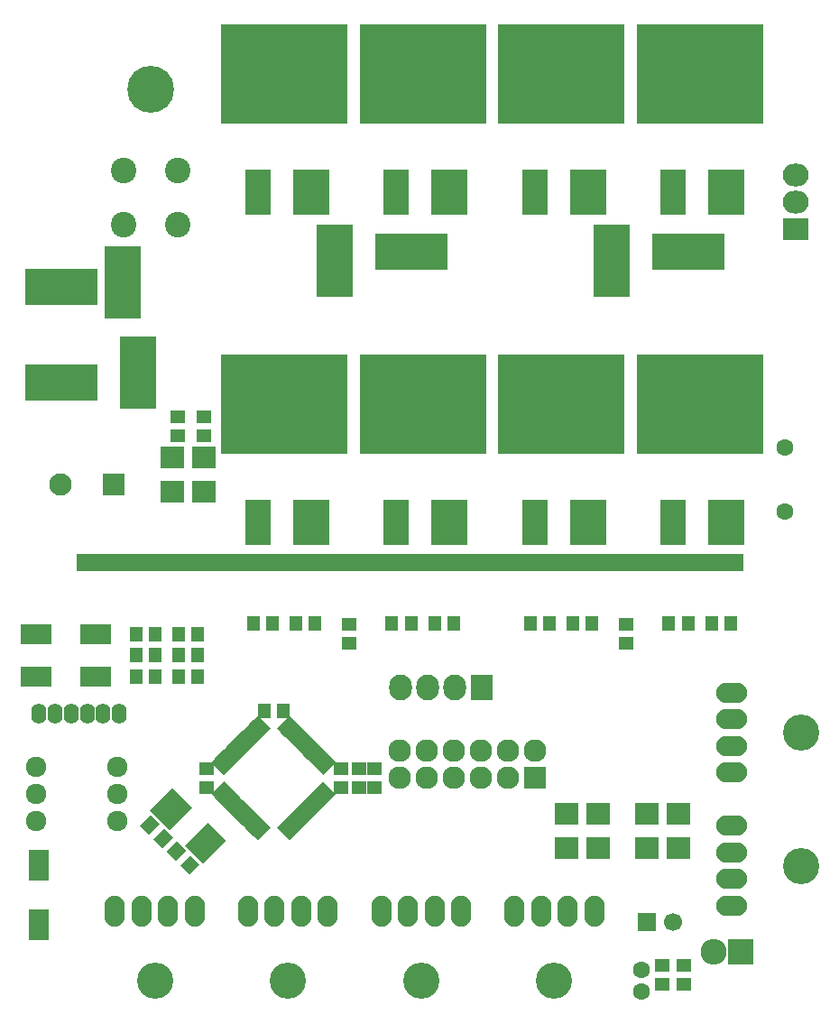
<source format=gbr>
G04 #@! TF.FileFunction,Soldermask,Top*
%FSLAX46Y46*%
G04 Gerber Fmt 4.6, Leading zero omitted, Abs format (unit mm)*
G04 Created by KiCad (PCBNEW 4.0.4-stable) date 12/27/16 19:45:37*
%MOMM*%
%LPD*%
G01*
G04 APERTURE LIST*
%ADD10C,0.100000*%
%ADD11C,1.600000*%
%ADD12R,1.200000X1.400000*%
%ADD13C,2.100000*%
%ADD14R,2.100000X2.100000*%
%ADD15C,1.700000*%
%ADD16R,1.700000X1.700000*%
%ADD17R,2.432000X2.432000*%
%ADD18O,2.432000X2.432000*%
%ADD19R,2.200000X2.000000*%
%ADD20R,1.400000X1.200000*%
%ADD21R,2.127200X2.432000*%
%ADD22O,2.127200X2.432000*%
%ADD23R,2.398980X4.199840*%
%ADD24R,3.400000X4.199840*%
%ADD25R,11.901120X9.399220*%
%ADD26R,2.127200X2.127200*%
%ADD27O,2.127200X2.127200*%
%ADD28R,2.432000X2.127200*%
%ADD29O,2.432000X2.127200*%
%ADD30R,1.900000X3.000000*%
%ADD31R,3.000000X1.900000*%
%ADD32O,1.400000X1.924000*%
%ADD33C,1.924000*%
%ADD34O,1.900000X2.900000*%
%ADD35C,3.400000*%
%ADD36C,2.400000*%
%ADD37C,4.400000*%
%ADD38O,2.900000X1.900000*%
%ADD39R,3.400000X6.900000*%
%ADD40R,6.851600X3.400000*%
%ADD41C,0.026000*%
G04 APERTURE END LIST*
D10*
D11*
X72000000Y-46500000D03*
D12*
X22100000Y-57000000D03*
X23900000Y-57000000D03*
D13*
X4000000Y-44000000D03*
D14*
X9000000Y-44000000D03*
D10*
G36*
X18608311Y-73462221D02*
X18148692Y-73002602D01*
X19350773Y-71800521D01*
X19810392Y-72260140D01*
X18608311Y-73462221D01*
X18608311Y-73462221D01*
G37*
G36*
X18961864Y-73815774D02*
X18502245Y-73356155D01*
X19704326Y-72154074D01*
X20163945Y-72613693D01*
X18961864Y-73815774D01*
X18961864Y-73815774D01*
G37*
G36*
X19315418Y-74169328D02*
X18855799Y-73709709D01*
X20057880Y-72507628D01*
X20517499Y-72967247D01*
X19315418Y-74169328D01*
X19315418Y-74169328D01*
G37*
G36*
X19668971Y-74522881D02*
X19209352Y-74063262D01*
X20411433Y-72861181D01*
X20871052Y-73320800D01*
X19668971Y-74522881D01*
X19668971Y-74522881D01*
G37*
G36*
X20022524Y-74876434D02*
X19562905Y-74416815D01*
X20764986Y-73214734D01*
X21224605Y-73674353D01*
X20022524Y-74876434D01*
X20022524Y-74876434D01*
G37*
G36*
X20376078Y-75229988D02*
X19916459Y-74770369D01*
X21118540Y-73568288D01*
X21578159Y-74027907D01*
X20376078Y-75229988D01*
X20376078Y-75229988D01*
G37*
G36*
X20729631Y-75583541D02*
X20270012Y-75123922D01*
X21472093Y-73921841D01*
X21931712Y-74381460D01*
X20729631Y-75583541D01*
X20729631Y-75583541D01*
G37*
G36*
X21083185Y-75937095D02*
X20623566Y-75477476D01*
X21825647Y-74275395D01*
X22285266Y-74735014D01*
X21083185Y-75937095D01*
X21083185Y-75937095D01*
G37*
G36*
X21436738Y-76290648D02*
X20977119Y-75831029D01*
X22179200Y-74628948D01*
X22638819Y-75088567D01*
X21436738Y-76290648D01*
X21436738Y-76290648D01*
G37*
G36*
X21790291Y-76644201D02*
X21330672Y-76184582D01*
X22532753Y-74982501D01*
X22992372Y-75442120D01*
X21790291Y-76644201D01*
X21790291Y-76644201D01*
G37*
G36*
X22143845Y-76997755D02*
X21684226Y-76538136D01*
X22886307Y-75336055D01*
X23345926Y-75795674D01*
X22143845Y-76997755D01*
X22143845Y-76997755D01*
G37*
G36*
X22497398Y-77351308D02*
X22037779Y-76891689D01*
X23239860Y-75689608D01*
X23699479Y-76149227D01*
X22497398Y-77351308D01*
X22497398Y-77351308D01*
G37*
G36*
X25962221Y-76891689D02*
X25502602Y-77351308D01*
X24300521Y-76149227D01*
X24760140Y-75689608D01*
X25962221Y-76891689D01*
X25962221Y-76891689D01*
G37*
G36*
X26315774Y-76538136D02*
X25856155Y-76997755D01*
X24654074Y-75795674D01*
X25113693Y-75336055D01*
X26315774Y-76538136D01*
X26315774Y-76538136D01*
G37*
G36*
X26669328Y-76184582D02*
X26209709Y-76644201D01*
X25007628Y-75442120D01*
X25467247Y-74982501D01*
X26669328Y-76184582D01*
X26669328Y-76184582D01*
G37*
G36*
X27022881Y-75831029D02*
X26563262Y-76290648D01*
X25361181Y-75088567D01*
X25820800Y-74628948D01*
X27022881Y-75831029D01*
X27022881Y-75831029D01*
G37*
G36*
X27376434Y-75477476D02*
X26916815Y-75937095D01*
X25714734Y-74735014D01*
X26174353Y-74275395D01*
X27376434Y-75477476D01*
X27376434Y-75477476D01*
G37*
G36*
X27729988Y-75123922D02*
X27270369Y-75583541D01*
X26068288Y-74381460D01*
X26527907Y-73921841D01*
X27729988Y-75123922D01*
X27729988Y-75123922D01*
G37*
G36*
X28083541Y-74770369D02*
X27623922Y-75229988D01*
X26421841Y-74027907D01*
X26881460Y-73568288D01*
X28083541Y-74770369D01*
X28083541Y-74770369D01*
G37*
G36*
X28437095Y-74416815D02*
X27977476Y-74876434D01*
X26775395Y-73674353D01*
X27235014Y-73214734D01*
X28437095Y-74416815D01*
X28437095Y-74416815D01*
G37*
G36*
X28790648Y-74063262D02*
X28331029Y-74522881D01*
X27128948Y-73320800D01*
X27588567Y-72861181D01*
X28790648Y-74063262D01*
X28790648Y-74063262D01*
G37*
G36*
X29144201Y-73709709D02*
X28684582Y-74169328D01*
X27482501Y-72967247D01*
X27942120Y-72507628D01*
X29144201Y-73709709D01*
X29144201Y-73709709D01*
G37*
G36*
X29497755Y-73356155D02*
X29038136Y-73815774D01*
X27836055Y-72613693D01*
X28295674Y-72154074D01*
X29497755Y-73356155D01*
X29497755Y-73356155D01*
G37*
G36*
X29851308Y-73002602D02*
X29391689Y-73462221D01*
X28189608Y-72260140D01*
X28649227Y-71800521D01*
X29851308Y-73002602D01*
X29851308Y-73002602D01*
G37*
G36*
X28649227Y-71199479D02*
X28189608Y-70739860D01*
X29391689Y-69537779D01*
X29851308Y-69997398D01*
X28649227Y-71199479D01*
X28649227Y-71199479D01*
G37*
G36*
X28295674Y-70845926D02*
X27836055Y-70386307D01*
X29038136Y-69184226D01*
X29497755Y-69643845D01*
X28295674Y-70845926D01*
X28295674Y-70845926D01*
G37*
G36*
X27942120Y-70492372D02*
X27482501Y-70032753D01*
X28684582Y-68830672D01*
X29144201Y-69290291D01*
X27942120Y-70492372D01*
X27942120Y-70492372D01*
G37*
G36*
X27588567Y-70138819D02*
X27128948Y-69679200D01*
X28331029Y-68477119D01*
X28790648Y-68936738D01*
X27588567Y-70138819D01*
X27588567Y-70138819D01*
G37*
G36*
X27235014Y-69785266D02*
X26775395Y-69325647D01*
X27977476Y-68123566D01*
X28437095Y-68583185D01*
X27235014Y-69785266D01*
X27235014Y-69785266D01*
G37*
G36*
X26881460Y-69431712D02*
X26421841Y-68972093D01*
X27623922Y-67770012D01*
X28083541Y-68229631D01*
X26881460Y-69431712D01*
X26881460Y-69431712D01*
G37*
G36*
X26527907Y-69078159D02*
X26068288Y-68618540D01*
X27270369Y-67416459D01*
X27729988Y-67876078D01*
X26527907Y-69078159D01*
X26527907Y-69078159D01*
G37*
G36*
X26174353Y-68724605D02*
X25714734Y-68264986D01*
X26916815Y-67062905D01*
X27376434Y-67522524D01*
X26174353Y-68724605D01*
X26174353Y-68724605D01*
G37*
G36*
X25820800Y-68371052D02*
X25361181Y-67911433D01*
X26563262Y-66709352D01*
X27022881Y-67168971D01*
X25820800Y-68371052D01*
X25820800Y-68371052D01*
G37*
G36*
X25467247Y-68017499D02*
X25007628Y-67557880D01*
X26209709Y-66355799D01*
X26669328Y-66815418D01*
X25467247Y-68017499D01*
X25467247Y-68017499D01*
G37*
G36*
X25113693Y-67663945D02*
X24654074Y-67204326D01*
X25856155Y-66002245D01*
X26315774Y-66461864D01*
X25113693Y-67663945D01*
X25113693Y-67663945D01*
G37*
G36*
X24760140Y-67310392D02*
X24300521Y-66850773D01*
X25502602Y-65648692D01*
X25962221Y-66108311D01*
X24760140Y-67310392D01*
X24760140Y-67310392D01*
G37*
G36*
X23699479Y-66850773D02*
X23239860Y-67310392D01*
X22037779Y-66108311D01*
X22497398Y-65648692D01*
X23699479Y-66850773D01*
X23699479Y-66850773D01*
G37*
G36*
X23345926Y-67204326D02*
X22886307Y-67663945D01*
X21684226Y-66461864D01*
X22143845Y-66002245D01*
X23345926Y-67204326D01*
X23345926Y-67204326D01*
G37*
G36*
X22992372Y-67557880D02*
X22532753Y-68017499D01*
X21330672Y-66815418D01*
X21790291Y-66355799D01*
X22992372Y-67557880D01*
X22992372Y-67557880D01*
G37*
G36*
X22638819Y-67911433D02*
X22179200Y-68371052D01*
X20977119Y-67168971D01*
X21436738Y-66709352D01*
X22638819Y-67911433D01*
X22638819Y-67911433D01*
G37*
G36*
X22285266Y-68264986D02*
X21825647Y-68724605D01*
X20623566Y-67522524D01*
X21083185Y-67062905D01*
X22285266Y-68264986D01*
X22285266Y-68264986D01*
G37*
G36*
X21931712Y-68618540D02*
X21472093Y-69078159D01*
X20270012Y-67876078D01*
X20729631Y-67416459D01*
X21931712Y-68618540D01*
X21931712Y-68618540D01*
G37*
G36*
X21578159Y-68972093D02*
X21118540Y-69431712D01*
X19916459Y-68229631D01*
X20376078Y-67770012D01*
X21578159Y-68972093D01*
X21578159Y-68972093D01*
G37*
G36*
X21224605Y-69325647D02*
X20764986Y-69785266D01*
X19562905Y-68583185D01*
X20022524Y-68123566D01*
X21224605Y-69325647D01*
X21224605Y-69325647D01*
G37*
G36*
X20871052Y-69679200D02*
X20411433Y-70138819D01*
X19209352Y-68936738D01*
X19668971Y-68477119D01*
X20871052Y-69679200D01*
X20871052Y-69679200D01*
G37*
G36*
X20517499Y-70032753D02*
X20057880Y-70492372D01*
X18855799Y-69290291D01*
X19315418Y-68830672D01*
X20517499Y-70032753D01*
X20517499Y-70032753D01*
G37*
G36*
X20163945Y-70386307D02*
X19704326Y-70845926D01*
X18502245Y-69643845D01*
X18961864Y-69184226D01*
X20163945Y-70386307D01*
X20163945Y-70386307D01*
G37*
G36*
X19810392Y-70739860D02*
X19350773Y-71199479D01*
X18148692Y-69997398D01*
X18608311Y-69537779D01*
X19810392Y-70739860D01*
X19810392Y-70739860D01*
G37*
D15*
X61500000Y-85000000D03*
D16*
X59000000Y-85000000D03*
D17*
X67800000Y-87800000D03*
D18*
X65260000Y-87800000D03*
D19*
X14500000Y-41400000D03*
X14500000Y-44600000D03*
X17500000Y-41400000D03*
X17500000Y-44600000D03*
D12*
X39100000Y-57000000D03*
X40900000Y-57000000D03*
D10*
G36*
X11444365Y-75934315D02*
X12434315Y-74944365D01*
X13282843Y-75792893D01*
X12292893Y-76782843D01*
X11444365Y-75934315D01*
X11444365Y-75934315D01*
G37*
G36*
X12717157Y-77207107D02*
X13707107Y-76217157D01*
X14555635Y-77065685D01*
X13565685Y-78055635D01*
X12717157Y-77207107D01*
X12717157Y-77207107D01*
G37*
G36*
X17055635Y-79565685D02*
X16065685Y-80555635D01*
X15217157Y-79707107D01*
X16207107Y-78717157D01*
X17055635Y-79565685D01*
X17055635Y-79565685D01*
G37*
G36*
X15782843Y-78292893D02*
X14792893Y-79282843D01*
X13944365Y-78434315D01*
X14934315Y-77444365D01*
X15782843Y-78292893D01*
X15782843Y-78292893D01*
G37*
D12*
X24900000Y-65200000D03*
X23100000Y-65200000D03*
D20*
X17700000Y-70600000D03*
X17700000Y-72400000D03*
D12*
X65100000Y-57000000D03*
X66900000Y-57000000D03*
X52100000Y-57000000D03*
X53900000Y-57000000D03*
X12900000Y-60000000D03*
X11100000Y-60000000D03*
X35100000Y-57000000D03*
X36900000Y-57000000D03*
X61100000Y-57000000D03*
X62900000Y-57000000D03*
X48100000Y-57000000D03*
X49900000Y-57000000D03*
D20*
X30300000Y-72400000D03*
X30300000Y-70600000D03*
D12*
X12900000Y-62000000D03*
X11100000Y-62000000D03*
D20*
X60500000Y-90900000D03*
X60500000Y-89100000D03*
X15000000Y-37600000D03*
X15000000Y-39400000D03*
D19*
X51500000Y-78100000D03*
X51500000Y-74900000D03*
D12*
X12900000Y-58000000D03*
X11100000Y-58000000D03*
D20*
X57100000Y-57100000D03*
X57100000Y-58900000D03*
D12*
X16900000Y-60000000D03*
X15100000Y-60000000D03*
X16900000Y-62000000D03*
X15100000Y-62000000D03*
D20*
X62500000Y-89100000D03*
X62500000Y-90900000D03*
X17500000Y-39400000D03*
X17500000Y-37600000D03*
D12*
X16900000Y-58000000D03*
X15100000Y-58000000D03*
D19*
X62000000Y-78100000D03*
X62000000Y-74900000D03*
X59000000Y-78100000D03*
X59000000Y-74900000D03*
D11*
X58500000Y-89500000D03*
X58500000Y-91500000D03*
X72000000Y-40500000D03*
D20*
X33500000Y-72400000D03*
X33500000Y-70600000D03*
X32000000Y-72400000D03*
X32000000Y-70600000D03*
D12*
X26100000Y-57000000D03*
X27900000Y-57000000D03*
D21*
X43500000Y-63000000D03*
D22*
X40960000Y-63000000D03*
X38420000Y-63000000D03*
X35880000Y-63000000D03*
D20*
X31100000Y-57100000D03*
X31100000Y-58900000D03*
D23*
X35500640Y-16549900D03*
D24*
X40499360Y-16549900D03*
D25*
X38000000Y-5450100D03*
D23*
X35500640Y-47549900D03*
D24*
X40499360Y-47549900D03*
D25*
X38000000Y-36450100D03*
D23*
X22500640Y-16549900D03*
D24*
X27499360Y-16549900D03*
D25*
X25000000Y-5450100D03*
D23*
X22500640Y-47549900D03*
D24*
X27499360Y-47549900D03*
D25*
X25000000Y-36450100D03*
D23*
X61500640Y-16549900D03*
D24*
X66499360Y-16549900D03*
D25*
X64000000Y-5450100D03*
D23*
X61500640Y-47549900D03*
D24*
X66499360Y-47549900D03*
D25*
X64000000Y-36450100D03*
D23*
X48500640Y-16549900D03*
D24*
X53499360Y-16549900D03*
D25*
X51000000Y-5450100D03*
D23*
X48500640Y-47549900D03*
D24*
X53499360Y-47549900D03*
D25*
X51000000Y-36450100D03*
D19*
X54500000Y-78100000D03*
X54500000Y-74900000D03*
D26*
X48500000Y-71500000D03*
D27*
X48500000Y-68960000D03*
X45960000Y-71500000D03*
X45960000Y-68960000D03*
X43420000Y-71500000D03*
X43420000Y-68960000D03*
X40880000Y-71500000D03*
X40880000Y-68960000D03*
X38340000Y-71500000D03*
X38340000Y-68960000D03*
X35800000Y-71500000D03*
X35800000Y-68960000D03*
D28*
X73000000Y-20000000D03*
D29*
X73000000Y-17460000D03*
X73000000Y-14920000D03*
D30*
X2000000Y-85300000D03*
X2000000Y-79700000D03*
D31*
X1700000Y-58000000D03*
X7300000Y-58000000D03*
X1700000Y-62000000D03*
X7300000Y-62000000D03*
D32*
X2000000Y-65500000D03*
X3500000Y-65500000D03*
X5000000Y-65500000D03*
X6500000Y-65500000D03*
X8000000Y-65500000D03*
X9500000Y-65500000D03*
D33*
X9310000Y-75540000D03*
X9310000Y-73000000D03*
X9310000Y-70460000D03*
X1690000Y-70460000D03*
X1690000Y-73000000D03*
X1690000Y-75540000D03*
D10*
G36*
X12393755Y-74515075D02*
X14515075Y-72393755D01*
X16353553Y-74232233D01*
X14232233Y-76353553D01*
X12393755Y-74515075D01*
X12393755Y-74515075D01*
G37*
G36*
X15717158Y-77838478D02*
X17838478Y-75717158D01*
X19535534Y-77414214D01*
X17414214Y-79535534D01*
X15717158Y-77838478D01*
X15717158Y-77838478D01*
G37*
D34*
X9100000Y-84000000D03*
X11600000Y-84000000D03*
X14100000Y-84000000D03*
X16600000Y-84000000D03*
D35*
X12850000Y-90500000D03*
D36*
X15040000Y-14500000D03*
X15040000Y-19580000D03*
X9960000Y-14500000D03*
X9960000Y-19580000D03*
D37*
X12500000Y-6880000D03*
D34*
X21600000Y-84000000D03*
X24100000Y-84000000D03*
X26600000Y-84000000D03*
X29100000Y-84000000D03*
D35*
X25350000Y-90500000D03*
D34*
X34100000Y-84000000D03*
X36600000Y-84000000D03*
X39100000Y-84000000D03*
X41600000Y-84000000D03*
D35*
X37850000Y-90500000D03*
D34*
X46600000Y-84000000D03*
X49100000Y-84000000D03*
X51600000Y-84000000D03*
X54100000Y-84000000D03*
D35*
X50350000Y-90500000D03*
D38*
X67000000Y-71000000D03*
X67000000Y-68500000D03*
X67000000Y-66000000D03*
X67000000Y-63500000D03*
D35*
X73500000Y-67250000D03*
D38*
X67000000Y-83500000D03*
X67000000Y-81000000D03*
X67000000Y-78500000D03*
X67000000Y-76000000D03*
D35*
X73500000Y-79750000D03*
D39*
X9800000Y-25000000D03*
D40*
X4100000Y-25400000D03*
D39*
X11300000Y-33500000D03*
D40*
X4100000Y-34400000D03*
D39*
X29700000Y-23000000D03*
D40*
X36900000Y-22100000D03*
D39*
X55700000Y-23000000D03*
D40*
X62900000Y-22100000D03*
D41*
G36*
X67987000Y-51987000D02*
X5513000Y-51987000D01*
X5513000Y-50513000D01*
X67987000Y-50513000D01*
X67987000Y-51987000D01*
X67987000Y-51987000D01*
G37*
X67987000Y-51987000D02*
X5513000Y-51987000D01*
X5513000Y-50513000D01*
X67987000Y-50513000D01*
X67987000Y-51987000D01*
M02*

</source>
